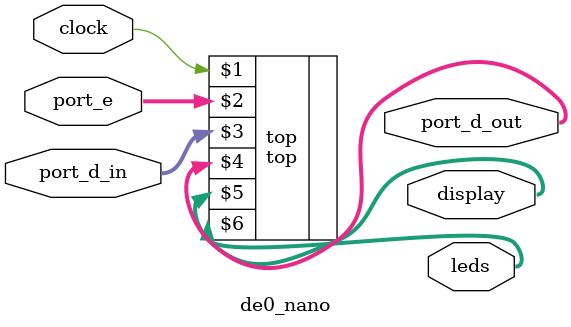
<source format=v>
module de0_nano
(
    input         clock,
    input  [7: 0] port_e,
    input  [7: 5] port_d_in,
    output [3: 0] port_d_out,
    output [1:12] display,
    output [7: 0] leds
);


    top top (clock, port_e, port_d_in, port_d_out, display, leds);

endmodule

</source>
